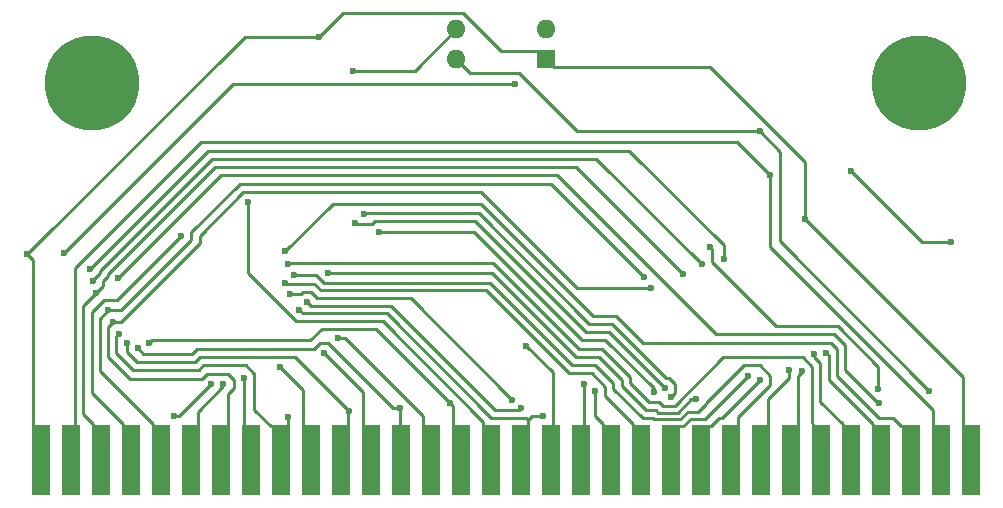
<source format=gbl>
G04 #@! TF.GenerationSoftware,KiCad,Pcbnew,(5.1.10)-1*
G04 #@! TF.CreationDate,2024-02-11T23:09:16+03:00*
G04 #@! TF.ProjectId,4m_cy62167e_x2,346d5f63-7936-4323-9136-37655f78322e,1*
G04 #@! TF.SameCoordinates,Original*
G04 #@! TF.FileFunction,Copper,L2,Bot*
G04 #@! TF.FilePolarity,Positive*
%FSLAX46Y46*%
G04 Gerber Fmt 4.6, Leading zero omitted, Abs format (unit mm)*
G04 Created by KiCad (PCBNEW (5.1.10)-1) date 2024-02-11 23:09:16*
%MOMM*%
%LPD*%
G01*
G04 APERTURE LIST*
G04 #@! TA.AperFunction,ComponentPad*
%ADD10O,1.600000X1.600000*%
G04 #@! TD*
G04 #@! TA.AperFunction,ComponentPad*
%ADD11R,1.600000X1.600000*%
G04 #@! TD*
G04 #@! TA.AperFunction,WasherPad*
%ADD12C,8.000000*%
G04 #@! TD*
G04 #@! TA.AperFunction,SMDPad,CuDef*
%ADD13R,1.524000X6.000000*%
G04 #@! TD*
G04 #@! TA.AperFunction,ViaPad*
%ADD14C,0.600000*%
G04 #@! TD*
G04 #@! TA.AperFunction,Conductor*
%ADD15C,0.250000*%
G04 #@! TD*
G04 APERTURE END LIST*
D10*
X101380000Y-147549000D03*
X109000000Y-145009000D03*
X101380000Y-145009000D03*
D11*
X109000000Y-147549000D03*
D12*
X70600000Y-149500000D03*
D13*
X66225000Y-181500000D03*
X68765000Y-181500000D03*
X71305000Y-181500000D03*
X73845000Y-181500000D03*
X76385000Y-181500000D03*
X78925000Y-181500000D03*
X81465000Y-181500000D03*
X84005000Y-181500000D03*
X86545000Y-181500000D03*
X89085000Y-181500000D03*
X91625000Y-181500000D03*
X94165000Y-181500000D03*
X96705000Y-181500000D03*
X99245000Y-181500000D03*
X101785000Y-181500000D03*
X104325000Y-181500000D03*
X106865000Y-181500000D03*
X109405000Y-181500000D03*
X111945000Y-181500000D03*
X114485000Y-181500000D03*
X117025000Y-181500000D03*
X119565000Y-181500000D03*
X122105000Y-181500000D03*
X124645000Y-181500000D03*
X127185000Y-181500000D03*
X129725000Y-181500000D03*
X132265000Y-181500000D03*
X134805000Y-181500000D03*
X137345000Y-181500000D03*
X139885000Y-181500000D03*
X142425000Y-181500000D03*
X144965000Y-181500000D03*
D12*
X140600000Y-149500000D03*
D14*
X127950300Y-157358700D03*
X107337100Y-171773800D03*
X65099900Y-164033100D03*
X89792800Y-145626300D03*
X130922800Y-161056600D03*
X77466000Y-177760400D03*
X80633000Y-175051200D03*
X122213500Y-164909000D03*
X70631700Y-166282700D03*
X124045000Y-164424600D03*
X70355200Y-165253100D03*
X87371100Y-167373200D03*
X106129000Y-176339200D03*
X106914100Y-177040100D03*
X88774900Y-168048900D03*
X118116500Y-175677200D03*
X94883700Y-162128400D03*
X119600000Y-176127500D03*
X93583900Y-160645400D03*
X119039000Y-175376900D03*
X92847200Y-161413400D03*
X121712200Y-176320300D03*
X90564700Y-165623400D03*
X137139600Y-175426500D03*
X122903500Y-163386500D03*
X137173400Y-176627300D03*
X72751200Y-166085500D03*
X120612900Y-165743600D03*
X70861800Y-167354200D03*
X78112000Y-162459800D03*
X117314200Y-165989600D03*
X71957400Y-168753300D03*
X81688000Y-175033600D03*
X117857500Y-166934400D03*
X72337500Y-169816600D03*
X83432700Y-174528400D03*
X72814000Y-170798700D03*
X87131800Y-177802900D03*
X86489300Y-173611600D03*
X73499600Y-171552400D03*
X92324400Y-177314300D03*
X90204100Y-172422000D03*
X96673900Y-177049800D03*
X74425100Y-172012800D03*
X91425300Y-171165400D03*
X75360000Y-171586400D03*
X100871500Y-176634900D03*
X83749800Y-159637400D03*
X88081500Y-168725600D03*
X108738100Y-177749900D03*
X112245300Y-175004600D03*
X113136800Y-175624600D03*
X86907600Y-166489700D03*
X126106200Y-174332100D03*
X127134300Y-174719700D03*
X87697000Y-165791500D03*
X129602600Y-173836400D03*
X130657700Y-173908000D03*
X87160800Y-164856100D03*
X131676700Y-172473200D03*
X132742800Y-172391300D03*
X86935100Y-163804900D03*
X141472300Y-175599800D03*
X127085900Y-153623100D03*
X143267400Y-163001200D03*
X134837300Y-157033300D03*
X92700700Y-148495800D03*
X68193200Y-163947400D03*
X106392700Y-149600700D03*
D15*
X68765000Y-181500000D02*
X69124000Y-178625000D01*
X69124000Y-178625000D02*
X69124000Y-178500000D01*
X69124000Y-178500000D02*
X69124000Y-165246700D01*
X69124000Y-165246700D02*
X79809000Y-154561700D01*
X79809000Y-154561700D02*
X125153300Y-154561700D01*
X125153300Y-154561700D02*
X127950300Y-157358700D01*
X142425000Y-181500000D02*
X141788000Y-178625000D01*
X141788000Y-178625000D02*
X141788000Y-178500000D01*
X141788000Y-178500000D02*
X141788000Y-177228600D01*
X141788000Y-177228600D02*
X127950300Y-163390900D01*
X127950300Y-163390900D02*
X127950300Y-157358700D01*
X109000000Y-147549000D02*
X109675000Y-148224000D01*
X109675000Y-148224000D02*
X109800000Y-148224000D01*
X109800000Y-148224000D02*
X122924400Y-148224000D01*
X122924400Y-148224000D02*
X130922800Y-156222400D01*
X130922800Y-156222400D02*
X130922800Y-161056600D01*
X144965000Y-181500000D02*
X144328000Y-178625000D01*
X144328000Y-178625000D02*
X144328000Y-178500000D01*
X144328000Y-178500000D02*
X144328000Y-174461800D01*
X144328000Y-174461800D02*
X130922800Y-161056600D01*
X109000000Y-147549000D02*
X108325000Y-146874000D01*
X108325000Y-146874000D02*
X108200000Y-146874000D01*
X108200000Y-146874000D02*
X105189700Y-146874000D01*
X105189700Y-146874000D02*
X101949600Y-143633900D01*
X101949600Y-143633900D02*
X91785200Y-143633900D01*
X91785200Y-143633900D02*
X89792800Y-145626300D01*
X66225000Y-181500000D02*
X65588000Y-178625000D01*
X65588000Y-178625000D02*
X65588000Y-178500000D01*
X65588000Y-178500000D02*
X65588000Y-164521200D01*
X65588000Y-164521200D02*
X65099900Y-164033100D01*
X109405000Y-181500000D02*
X109613200Y-178625000D01*
X109613200Y-178625000D02*
X109613200Y-178500000D01*
X109613200Y-178500000D02*
X109613200Y-174049900D01*
X109613200Y-174049900D02*
X107337100Y-171773800D01*
X65099900Y-164033100D02*
X83506700Y-145626300D01*
X83506700Y-145626300D02*
X89792800Y-145626300D01*
X77466000Y-177760400D02*
X77923800Y-177760400D01*
X77923800Y-177760400D02*
X80633000Y-175051200D01*
X122213500Y-164909000D02*
X113266400Y-155961900D01*
X113266400Y-155961900D02*
X80698300Y-155961900D01*
X80698300Y-155961900D02*
X71212200Y-165448000D01*
X71212200Y-165448000D02*
X71212200Y-165608100D01*
X71212200Y-165608100D02*
X70631700Y-166188600D01*
X70631700Y-166188600D02*
X70631700Y-166282700D01*
X124045000Y-164424600D02*
X124045000Y-163290400D01*
X124045000Y-163290400D02*
X116016400Y-155261800D01*
X116016400Y-155261800D02*
X80346500Y-155261800D01*
X80346500Y-155261800D02*
X70355200Y-165253100D01*
X106129000Y-176339200D02*
X97535200Y-167745400D01*
X97535200Y-167745400D02*
X89649000Y-167745400D01*
X89649000Y-167745400D02*
X89119800Y-167216200D01*
X89119800Y-167216200D02*
X88430000Y-167216200D01*
X88430000Y-167216200D02*
X88273000Y-167373200D01*
X88273000Y-167373200D02*
X87371100Y-167373200D01*
X106914100Y-177040100D02*
X106739900Y-177214300D01*
X106739900Y-177214300D02*
X104668700Y-177214300D01*
X104668700Y-177214300D02*
X95848800Y-168394400D01*
X95848800Y-168394400D02*
X89120400Y-168394400D01*
X89120400Y-168394400D02*
X88774900Y-168048900D01*
X118116500Y-175677200D02*
X118116500Y-175406400D01*
X118116500Y-175406400D02*
X114039200Y-171329100D01*
X114039200Y-171329100D02*
X112090300Y-171329100D01*
X112090300Y-171329100D02*
X102889600Y-162128400D01*
X102889600Y-162128400D02*
X94883700Y-162128400D01*
X119600000Y-176127500D02*
X119914100Y-175813400D01*
X119914100Y-175813400D02*
X119914100Y-175014400D01*
X119914100Y-175014400D02*
X119401500Y-174501800D01*
X119401500Y-174501800D02*
X119192100Y-174501800D01*
X119192100Y-174501800D02*
X114619200Y-169928900D01*
X114619200Y-169928900D02*
X112670300Y-169928900D01*
X112670300Y-169928900D02*
X103294600Y-160553200D01*
X103294600Y-160553200D02*
X93676100Y-160553200D01*
X93676100Y-160553200D02*
X93583900Y-160645400D01*
X119039000Y-175376900D02*
X119039000Y-175338800D01*
X119039000Y-175338800D02*
X114329200Y-170629000D01*
X114329200Y-170629000D02*
X112380300Y-170629000D01*
X112380300Y-170629000D02*
X103004600Y-161253300D01*
X103004600Y-161253300D02*
X94521200Y-161253300D01*
X94521200Y-161253300D02*
X94254000Y-161520500D01*
X94254000Y-161520500D02*
X92954300Y-161520500D01*
X92954300Y-161520500D02*
X92847200Y-161413400D01*
X121712200Y-176320300D02*
X121272700Y-176320300D01*
X121272700Y-176320300D02*
X120146500Y-177446500D01*
X120146500Y-177446500D02*
X118517400Y-177446500D01*
X118517400Y-177446500D02*
X118309500Y-177238600D01*
X118309500Y-177238600D02*
X117469700Y-177238600D01*
X117469700Y-177238600D02*
X115412100Y-175181000D01*
X115412100Y-175181000D02*
X115412100Y-174682100D01*
X115412100Y-174682100D02*
X113459300Y-172729300D01*
X113459300Y-172729300D02*
X111510400Y-172729300D01*
X111510400Y-172729300D02*
X104404500Y-165623400D01*
X104404500Y-165623400D02*
X90564700Y-165623400D01*
X137139600Y-175426500D02*
X137139600Y-173570300D01*
X137139600Y-173570300D02*
X133685300Y-170116000D01*
X133685300Y-170116000D02*
X128498800Y-170116000D01*
X128498800Y-170116000D02*
X123088600Y-164705800D01*
X123088600Y-164705800D02*
X123088600Y-163571600D01*
X123088600Y-163571600D02*
X122903500Y-163386500D01*
X137173400Y-176627300D02*
X137102800Y-176627300D01*
X137102800Y-176627300D02*
X134333200Y-173857700D01*
X134333200Y-173857700D02*
X134333200Y-171754000D01*
X134333200Y-171754000D02*
X133395300Y-170816100D01*
X133395300Y-170816100D02*
X123378300Y-170816100D01*
X123378300Y-170816100D02*
X109924300Y-157362100D01*
X109924300Y-157362100D02*
X81474600Y-157362100D01*
X81474600Y-157362100D02*
X72751200Y-166085500D01*
X120612900Y-165743600D02*
X111531300Y-156662000D01*
X111531300Y-156662000D02*
X80962700Y-156662000D01*
X80962700Y-156662000D02*
X71894200Y-165730500D01*
X71894200Y-165730500D02*
X71894200Y-165890600D01*
X71894200Y-165890600D02*
X71506800Y-166278000D01*
X71506800Y-166278000D02*
X71506800Y-166709200D01*
X71506800Y-166709200D02*
X70861800Y-167354200D01*
X71305000Y-181500000D02*
X70668000Y-178625000D01*
X70668000Y-178625000D02*
X70668000Y-178500000D01*
X70668000Y-178500000D02*
X70668000Y-178448200D01*
X70668000Y-178448200D02*
X69824100Y-177604300D01*
X69824100Y-177604300D02*
X69824100Y-168391900D01*
X69824100Y-168391900D02*
X70861800Y-167354200D01*
X73845000Y-181500000D02*
X73208000Y-178625000D01*
X73208000Y-178625000D02*
X73208000Y-178500000D01*
X73208000Y-178500000D02*
X73208000Y-178448200D01*
X73208000Y-178448200D02*
X70524200Y-175764400D01*
X70524200Y-175764400D02*
X70524200Y-168948900D01*
X70524200Y-168948900D02*
X71594900Y-167878200D01*
X71594900Y-167878200D02*
X72693600Y-167878200D01*
X72693600Y-167878200D02*
X78112000Y-162459800D01*
X117314200Y-165989600D02*
X109386800Y-158062200D01*
X109386800Y-158062200D02*
X83097300Y-158062200D01*
X83097300Y-158062200D02*
X78987100Y-162172400D01*
X78987100Y-162172400D02*
X78987100Y-162822300D01*
X78987100Y-162822300D02*
X73056100Y-168753300D01*
X73056100Y-168753300D02*
X71957400Y-168753300D01*
X76385000Y-181500000D02*
X75748000Y-178625000D01*
X75748000Y-178625000D02*
X75748000Y-178500000D01*
X75748000Y-178500000D02*
X75748000Y-178448200D01*
X75748000Y-178448200D02*
X71224300Y-173924500D01*
X71224300Y-173924500D02*
X71224300Y-169486400D01*
X71224300Y-169486400D02*
X71957400Y-168753300D01*
X78925000Y-181500000D02*
X79562000Y-178625000D01*
X79562000Y-178625000D02*
X79562000Y-178500000D01*
X79562000Y-178500000D02*
X79562000Y-177359800D01*
X79562000Y-177359800D02*
X81688000Y-175233800D01*
X81688000Y-175233800D02*
X81688000Y-175033600D01*
X81465000Y-181500000D02*
X82102000Y-178625000D01*
X82102000Y-178625000D02*
X82102000Y-178500000D01*
X82102000Y-178500000D02*
X82102000Y-175853400D01*
X82102000Y-175853400D02*
X82560400Y-175395000D01*
X82560400Y-175395000D02*
X82560400Y-174672200D01*
X82560400Y-174672200D02*
X82049400Y-174161200D01*
X82049400Y-174161200D02*
X80285400Y-174161200D01*
X80285400Y-174161200D02*
X79884800Y-174561800D01*
X79884800Y-174561800D02*
X73756300Y-174561800D01*
X73756300Y-174561800D02*
X71924400Y-172729900D01*
X71924400Y-172729900D02*
X71924400Y-170229700D01*
X71924400Y-170229700D02*
X72337500Y-169816600D01*
X117857500Y-166934400D02*
X111656000Y-166934400D01*
X111656000Y-166934400D02*
X103483900Y-158762300D01*
X103483900Y-158762300D02*
X83387300Y-158762300D01*
X83387300Y-158762300D02*
X79687200Y-162462400D01*
X79687200Y-162462400D02*
X79687200Y-163112300D01*
X79687200Y-163112300D02*
X72982900Y-169816600D01*
X72982900Y-169816600D02*
X72337500Y-169816600D01*
X84005000Y-181500000D02*
X83432700Y-178625000D01*
X83432700Y-178625000D02*
X83432700Y-178500000D01*
X83432700Y-178500000D02*
X83432700Y-174528400D01*
X87131800Y-177802900D02*
X87131800Y-178500000D01*
X87131800Y-178500000D02*
X87131800Y-178625000D01*
X87131800Y-178625000D02*
X86545000Y-181500000D01*
X72814000Y-170798700D02*
X72624500Y-170988200D01*
X72624500Y-170988200D02*
X72624500Y-172439900D01*
X72624500Y-172439900D02*
X74046300Y-173861700D01*
X74046300Y-173861700D02*
X79594800Y-173861700D01*
X79594800Y-173861700D02*
X79998100Y-173458400D01*
X79998100Y-173458400D02*
X83600300Y-173458400D01*
X83600300Y-173458400D02*
X84307800Y-174165900D01*
X84307800Y-174165900D02*
X84307800Y-177201600D01*
X84307800Y-177201600D02*
X85731200Y-178625000D01*
X85731200Y-178625000D02*
X85783000Y-178625000D01*
X85783000Y-178625000D02*
X85908000Y-178625000D01*
X85908000Y-178625000D02*
X86545000Y-181500000D01*
X89085000Y-181500000D02*
X88448000Y-178625000D01*
X88448000Y-178625000D02*
X88448000Y-178500000D01*
X88448000Y-178500000D02*
X88448000Y-175570300D01*
X88448000Y-175570300D02*
X86489300Y-173611600D01*
X92324400Y-177314300D02*
X87746600Y-172736500D01*
X87746600Y-172736500D02*
X79729900Y-172736500D01*
X79729900Y-172736500D02*
X79304800Y-173161600D01*
X79304800Y-173161600D02*
X74336300Y-173161600D01*
X74336300Y-173161600D02*
X73499600Y-172324900D01*
X73499600Y-172324900D02*
X73499600Y-171552400D01*
X91625000Y-181500000D02*
X92262000Y-178625000D01*
X92262000Y-178625000D02*
X92262000Y-178500000D01*
X92262000Y-178500000D02*
X92262000Y-177376700D01*
X92262000Y-177376700D02*
X92324400Y-177314300D01*
X94165000Y-181500000D02*
X93528000Y-178625000D01*
X93528000Y-178625000D02*
X93528000Y-178500000D01*
X93528000Y-178500000D02*
X93528000Y-175745900D01*
X93528000Y-175745900D02*
X90204100Y-172422000D01*
X96673900Y-177049800D02*
X96069500Y-177049800D01*
X96069500Y-177049800D02*
X90566600Y-171546900D01*
X90566600Y-171546900D02*
X89841600Y-171546900D01*
X89841600Y-171546900D02*
X89352100Y-172036400D01*
X89352100Y-172036400D02*
X79439900Y-172036400D01*
X79439900Y-172036400D02*
X79014800Y-172461500D01*
X79014800Y-172461500D02*
X74873800Y-172461500D01*
X74873800Y-172461500D02*
X74425100Y-172012800D01*
X96673900Y-177049800D02*
X96673900Y-178500000D01*
X96673900Y-178500000D02*
X96673900Y-178625000D01*
X96673900Y-178625000D02*
X96705000Y-181500000D01*
X99245000Y-181500000D02*
X98608000Y-178625000D01*
X98608000Y-178625000D02*
X98608000Y-178500000D01*
X98608000Y-178500000D02*
X98608000Y-177746300D01*
X98608000Y-177746300D02*
X92027100Y-171165400D01*
X92027100Y-171165400D02*
X91425300Y-171165400D01*
X101785000Y-181500000D02*
X101148000Y-178625000D01*
X101148000Y-178625000D02*
X101148000Y-178500000D01*
X101148000Y-178500000D02*
X101148000Y-176911400D01*
X101148000Y-176911400D02*
X100871500Y-176634900D01*
X100871500Y-176634900D02*
X94578000Y-170341400D01*
X94578000Y-170341400D02*
X90057000Y-170341400D01*
X90057000Y-170341400D02*
X89062100Y-171336300D01*
X89062100Y-171336300D02*
X75610100Y-171336300D01*
X75610100Y-171336300D02*
X75360000Y-171586400D01*
X104325000Y-181500000D02*
X103688000Y-178625000D01*
X103688000Y-178625000D02*
X103688000Y-178500000D01*
X103688000Y-178500000D02*
X103688000Y-178213800D01*
X103688000Y-178213800D02*
X95166600Y-169692400D01*
X95166600Y-169692400D02*
X87810700Y-169692400D01*
X87810700Y-169692400D02*
X83749800Y-165631500D01*
X83749800Y-165631500D02*
X83749800Y-159637400D01*
X108738100Y-177749900D02*
X107822000Y-177749900D01*
X107822000Y-177749900D02*
X107497000Y-178074900D01*
X106865000Y-181500000D02*
X107497000Y-178625000D01*
X107497000Y-178625000D02*
X107497000Y-178500000D01*
X107497000Y-178500000D02*
X107497000Y-178074900D01*
X88081500Y-168725600D02*
X88399300Y-169043400D01*
X88399300Y-169043400D02*
X95507700Y-169043400D01*
X95507700Y-169043400D02*
X104389200Y-177924900D01*
X104389200Y-177924900D02*
X107347000Y-177924900D01*
X107347000Y-177924900D02*
X107497000Y-178074900D01*
X111945000Y-181500000D02*
X112245300Y-178625000D01*
X112245300Y-178625000D02*
X112245300Y-178500000D01*
X112245300Y-178500000D02*
X112245300Y-175004600D01*
X114485000Y-181500000D02*
X113848000Y-178625000D01*
X113848000Y-178625000D02*
X113848000Y-178500000D01*
X113848000Y-178500000D02*
X113848000Y-178448200D01*
X113848000Y-178448200D02*
X113136800Y-177737000D01*
X113136800Y-177737000D02*
X113136800Y-175624600D01*
X117025000Y-181500000D02*
X116388000Y-178625000D01*
X116388000Y-178625000D02*
X116388000Y-178500000D01*
X116388000Y-178500000D02*
X116388000Y-178448200D01*
X116388000Y-178448200D02*
X114011900Y-176072100D01*
X114011900Y-176072100D02*
X114011900Y-175262100D01*
X114011900Y-175262100D02*
X112879300Y-174129500D01*
X112879300Y-174129500D02*
X110930400Y-174129500D01*
X110930400Y-174129500D02*
X103897300Y-167096400D01*
X103897300Y-167096400D02*
X89930000Y-167096400D01*
X89930000Y-167096400D02*
X89392200Y-166558600D01*
X89392200Y-166558600D02*
X88157600Y-166558600D01*
X88157600Y-166558600D02*
X88133800Y-166582400D01*
X88133800Y-166582400D02*
X87000300Y-166582400D01*
X87000300Y-166582400D02*
X86907600Y-166489700D01*
X119565000Y-181500000D02*
X120202000Y-178625000D01*
X120202000Y-178625000D02*
X120327000Y-178625000D01*
X120327000Y-178625000D02*
X120585800Y-178625000D01*
X120585800Y-178625000D02*
X121246200Y-177964600D01*
X121246200Y-177964600D02*
X122473700Y-177964600D01*
X122473700Y-177964600D02*
X126106200Y-174332100D01*
X122105000Y-181500000D02*
X122742000Y-178625000D01*
X122742000Y-178625000D02*
X122867000Y-178625000D01*
X122867000Y-178625000D02*
X122944700Y-178625000D01*
X122944700Y-178625000D02*
X123644800Y-177924900D01*
X123644800Y-177924900D02*
X123929100Y-177924900D01*
X123929100Y-177924900D02*
X127134300Y-174719700D01*
X124645000Y-181500000D02*
X125282000Y-178625000D01*
X125282000Y-178625000D02*
X125282000Y-178500000D01*
X125282000Y-178500000D02*
X125282000Y-177809600D01*
X125282000Y-177809600D02*
X128009400Y-175082200D01*
X128009400Y-175082200D02*
X128009400Y-174357200D01*
X128009400Y-174357200D02*
X127109200Y-173457000D01*
X127109200Y-173457000D02*
X125743700Y-173457000D01*
X125743700Y-173457000D02*
X122587300Y-176613400D01*
X122587300Y-176613400D02*
X122587300Y-176682800D01*
X122587300Y-176682800D02*
X121877500Y-177392600D01*
X121877500Y-177392600D02*
X121009300Y-177392600D01*
X121009300Y-177392600D02*
X120383400Y-178018500D01*
X120383400Y-178018500D02*
X118109100Y-178018500D01*
X118109100Y-178018500D02*
X118022400Y-177931800D01*
X118022400Y-177931800D02*
X117182600Y-177931800D01*
X117182600Y-177931800D02*
X114712000Y-175461200D01*
X114712000Y-175461200D02*
X114712000Y-174972100D01*
X114712000Y-174972100D02*
X113169300Y-173429400D01*
X113169300Y-173429400D02*
X111220400Y-173429400D01*
X111220400Y-173429400D02*
X104238400Y-166447400D01*
X104238400Y-166447400D02*
X90211100Y-166447400D01*
X90211100Y-166447400D02*
X89555200Y-165791500D01*
X89555200Y-165791500D02*
X87697000Y-165791500D01*
X127185000Y-181500000D02*
X127822000Y-178625000D01*
X127822000Y-178625000D02*
X127822000Y-178500000D01*
X127822000Y-178500000D02*
X127822000Y-176259700D01*
X127822000Y-176259700D02*
X129602600Y-174479100D01*
X129602600Y-174479100D02*
X129602600Y-173836400D01*
X129725000Y-181500000D02*
X130362000Y-178625000D01*
X130362000Y-178625000D02*
X130362000Y-178500000D01*
X130362000Y-178500000D02*
X130362000Y-174314600D01*
X130362000Y-174314600D02*
X130657700Y-174018900D01*
X130657700Y-174018900D02*
X130657700Y-173908000D01*
X132265000Y-181500000D02*
X131628000Y-178625000D01*
X131628000Y-178625000D02*
X131628000Y-178500000D01*
X131628000Y-178500000D02*
X131628000Y-178448200D01*
X131628000Y-178448200D02*
X131525200Y-178345400D01*
X131525200Y-178345400D02*
X131525200Y-173548700D01*
X131525200Y-173548700D02*
X130733400Y-172756900D01*
X130733400Y-172756900D02*
X124027100Y-172756900D01*
X124027100Y-172756900D02*
X119909500Y-176874500D01*
X119909500Y-176874500D02*
X118925700Y-176874500D01*
X118925700Y-176874500D02*
X118596600Y-176545400D01*
X118596600Y-176545400D02*
X117756900Y-176545400D01*
X117756900Y-176545400D02*
X116112200Y-174900700D01*
X116112200Y-174900700D02*
X116112200Y-174392100D01*
X116112200Y-174392100D02*
X113749300Y-172029200D01*
X113749300Y-172029200D02*
X111800400Y-172029200D01*
X111800400Y-172029200D02*
X104519500Y-164748300D01*
X104519500Y-164748300D02*
X87268600Y-164748300D01*
X87268600Y-164748300D02*
X87160800Y-164856100D01*
X134805000Y-181500000D02*
X134168000Y-178625000D01*
X134168000Y-178625000D02*
X134168000Y-178500000D01*
X134168000Y-178500000D02*
X134168000Y-178448200D01*
X134168000Y-178448200D02*
X132232900Y-176513100D01*
X132232900Y-176513100D02*
X132232900Y-173255500D01*
X132232900Y-173255500D02*
X131676700Y-172699300D01*
X131676700Y-172699300D02*
X131676700Y-172473200D01*
X137345000Y-181500000D02*
X136708000Y-178625000D01*
X136708000Y-178625000D02*
X136708000Y-178500000D01*
X136708000Y-178500000D02*
X136708000Y-178448200D01*
X136708000Y-178448200D02*
X132933000Y-174673200D01*
X132933000Y-174673200D02*
X132933000Y-172581500D01*
X132933000Y-172581500D02*
X132742800Y-172391300D01*
X139885000Y-181500000D02*
X139248000Y-178625000D01*
X139248000Y-178625000D02*
X139123000Y-178625000D01*
X139123000Y-178625000D02*
X139045300Y-178625000D01*
X139045300Y-178625000D02*
X138345200Y-177924900D01*
X138345200Y-177924900D02*
X137233400Y-177924900D01*
X137233400Y-177924900D02*
X133633100Y-174324600D01*
X133633100Y-174324600D02*
X133633100Y-172044000D01*
X133633100Y-172044000D02*
X133105300Y-171516200D01*
X133105300Y-171516200D02*
X117196600Y-171516200D01*
X117196600Y-171516200D02*
X114909200Y-169228800D01*
X114909200Y-169228800D02*
X112960300Y-169228800D01*
X112960300Y-169228800D02*
X103501800Y-159770300D01*
X103501800Y-159770300D02*
X90969700Y-159770300D01*
X90969700Y-159770300D02*
X86935100Y-163804900D01*
X127085900Y-153623100D02*
X128825400Y-155362600D01*
X128825400Y-155362600D02*
X128825400Y-162952900D01*
X128825400Y-162952900D02*
X141472300Y-175599800D01*
X101380000Y-147549000D02*
X102556600Y-148725600D01*
X102556600Y-148725600D02*
X106755200Y-148725600D01*
X106755200Y-148725600D02*
X111652700Y-153623100D01*
X111652700Y-153623100D02*
X127085900Y-153623100D01*
X143267400Y-163001200D02*
X140805200Y-163001200D01*
X140805200Y-163001200D02*
X134837300Y-157033300D01*
X101380000Y-145009000D02*
X97893200Y-148495800D01*
X97893200Y-148495800D02*
X92700700Y-148495800D01*
X68193200Y-163947400D02*
X82539900Y-149600700D01*
X82539900Y-149600700D02*
X106392700Y-149600700D01*
M02*

</source>
